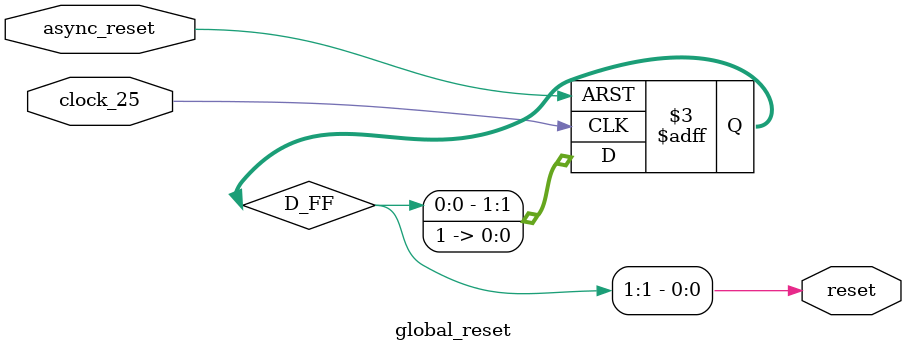
<source format=v>
/*This module generates the Asyncronus global reset which will be syncronized with the release*/

module global_reset(async_reset, reset, clock_25);
input async_reset;
input clock_25;
output reset;
reg [1:0] D_FF;
always @(posedge clock_25 or negedge async_reset) begin
    if(~async_reset)
        D_FF <= 2'b00;
    else 
        D_FF <= { D_FF[0], 1'b1};
end

assign reset = D_FF[1];
endmodule
</source>
